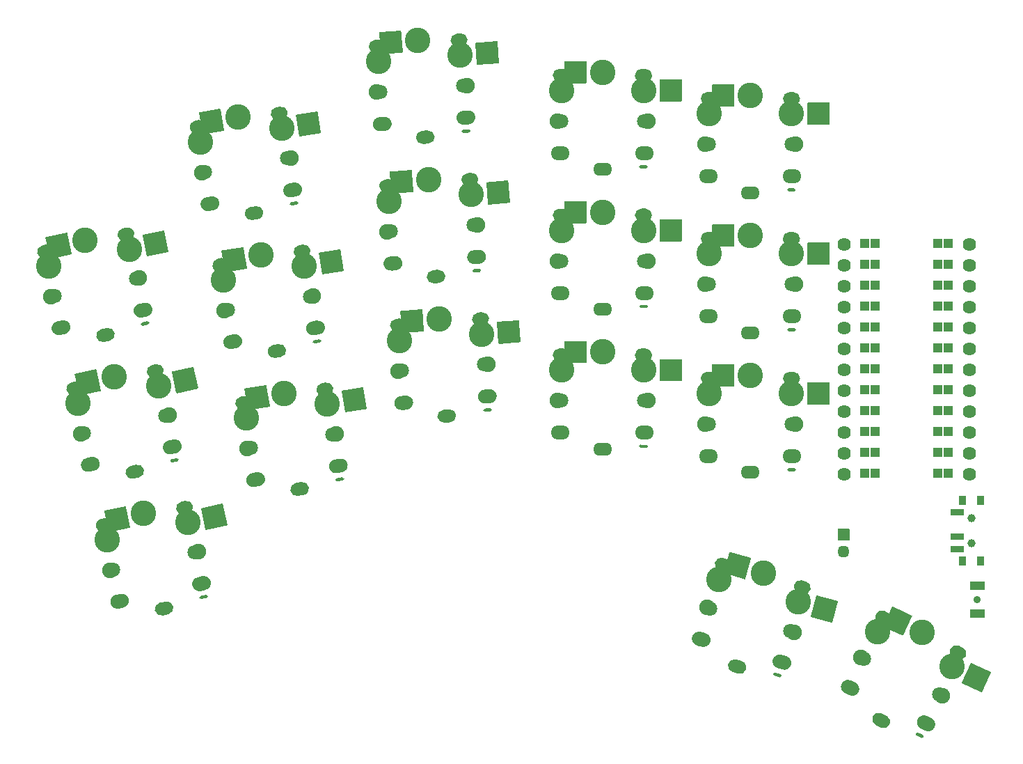
<source format=gbs>
G04 #@! TF.GenerationSoftware,KiCad,Pcbnew,5.1.10*
G04 #@! TF.CreationDate,2021-11-16T11:39:58-06:00*
G04 #@! TF.ProjectId,a_dux_dux,615f6475-785f-4647-9578-2e6b69636164,VERSION_HERE*
G04 #@! TF.SameCoordinates,Original*
G04 #@! TF.FileFunction,Soldermask,Bot*
G04 #@! TF.FilePolarity,Negative*
%FSLAX46Y46*%
G04 Gerber Fmt 4.6, Leading zero omitted, Abs format (unit mm)*
G04 Created by KiCad (PCBNEW 5.1.10) date 2021-11-16 11:39:58*
%MOMM*%
%LPD*%
G01*
G04 APERTURE LIST*
%ADD10C,3.100000*%
%ADD11C,1.800000*%
%ADD12C,1.900000*%
%ADD13O,2.300000X1.700000*%
%ADD14O,2.300000X1.600000*%
%ADD15C,0.900000*%
%ADD16C,1.000000*%
%ADD17O,1.450000X1.450000*%
%ADD18C,0.100000*%
%ADD19C,1.624000*%
G04 APERTURE END LIST*
G04 #@! TO.C,S4*
G36*
G01*
X199525845Y-109195220D02*
X199525845Y-109195220D01*
G75*
G02*
X199370146Y-109431351I-195915J-40216D01*
G01*
X198684444Y-109572105D01*
G75*
G02*
X198448313Y-109416406I-40216J195915D01*
G01*
X198448313Y-109416406D01*
G75*
G02*
X198604012Y-109180275I195915J40216D01*
G01*
X199289714Y-109039521D01*
G75*
G02*
X199525845Y-109195220I40216J-195915D01*
G01*
G37*
G36*
G01*
X199224774Y-101111947D02*
X198679766Y-98569711D01*
G75*
G02*
X198718174Y-98510341I48889J10481D01*
G01*
X201260410Y-97965333D01*
G75*
G02*
X201319780Y-98003741I10481J-48889D01*
G01*
X201864788Y-100545977D01*
G75*
G02*
X201826380Y-100605347I-48889J-10481D01*
G01*
X199284144Y-101150355D01*
G75*
G02*
X199224774Y-101111947I-10481J48889D01*
G01*
G37*
D10*
X191695515Y-99146555D03*
G36*
G01*
X187421327Y-101392399D02*
X186876319Y-98850163D01*
G75*
G02*
X186914727Y-98790793I48889J10481D01*
G01*
X189456963Y-98245785D01*
G75*
G02*
X189516333Y-98284193I10481J-48889D01*
G01*
X190061341Y-100826429D01*
G75*
G02*
X190022933Y-100885799I-48889J-10481D01*
G01*
X187480697Y-101430807D01*
G75*
G02*
X187421327Y-101392399I-10481J48889D01*
G01*
G37*
X197045592Y-100249585D03*
X187267760Y-102345770D03*
G36*
G01*
X199863438Y-107430447D02*
X199863438Y-107430447D01*
G75*
G02*
X199210498Y-108439739I-831116J-178176D01*
G01*
X198623828Y-108565511D01*
G75*
G02*
X197614536Y-107912571I-178176J831116D01*
G01*
X197614536Y-107912571D01*
G75*
G02*
X198267476Y-106903279I831116J178176D01*
G01*
X198854146Y-106777507D01*
G75*
G02*
X199863438Y-107430447I178176J-831116D01*
G01*
G37*
G36*
G01*
X187911035Y-100337474D02*
X187911035Y-100337474D01*
G75*
G02*
X187288237Y-101281996I-783660J-160862D01*
G01*
X186798449Y-101382534D01*
G75*
G02*
X185853927Y-100759736I-160862J783660D01*
G01*
X185853927Y-100759736D01*
G75*
G02*
X186476725Y-99815214I783660J160862D01*
G01*
X186966513Y-99714676D01*
G75*
G02*
X187911035Y-100337474I160862J-783660D01*
G01*
G37*
D11*
X187967641Y-105992071D03*
X197901919Y-103862347D03*
G36*
G01*
X193047079Y-110937191D02*
X193047079Y-110937191D01*
G75*
G02*
X193661611Y-109987269I782227J167695D01*
G01*
X194346059Y-109840537D01*
G75*
G02*
X195295981Y-110455069I167695J-782227D01*
G01*
X195295981Y-110455069D01*
G75*
G02*
X194681449Y-111404991I-782227J-167695D01*
G01*
X193997001Y-111551723D01*
G75*
G02*
X193047079Y-110937191I-167695J782227D01*
G01*
G37*
D12*
X198312588Y-103774307D03*
X187556972Y-106080111D03*
G36*
G01*
X187641147Y-110050680D02*
X187641147Y-110050680D01*
G75*
G02*
X188294087Y-109041388I831116J178176D01*
G01*
X188880757Y-108915616D01*
G75*
G02*
X189890049Y-109568556I178176J-831116D01*
G01*
X189890049Y-109568556D01*
G75*
G02*
X189237109Y-110577848I-831116J-178176D01*
G01*
X188650439Y-110703620D01*
G75*
G02*
X187641147Y-110050680I-178176J831116D01*
G01*
G37*
G36*
G01*
X195635601Y-98681470D02*
X195635601Y-98681470D01*
G75*
G02*
X196241819Y-97726222I780733J174515D01*
G01*
X196729777Y-97617150D01*
G75*
G02*
X197685025Y-98223368I174515J-780733D01*
G01*
X197685025Y-98223368D01*
G75*
G02*
X197078807Y-99178616I-780733J-174515D01*
G01*
X196590849Y-99287688D01*
G75*
G02*
X195635601Y-98681470I-174515J780733D01*
G01*
G37*
G04 #@! TD*
G04 #@! TO.C,S16*
G36*
G01*
X236333213Y-86204924D02*
X236333213Y-86204924D01*
G75*
G02*
X236147279Y-86418064I-199537J-13603D01*
G01*
X235448901Y-86465674D01*
G75*
G02*
X235235761Y-86279740I-13603J199537D01*
G01*
X235235761Y-86279740D01*
G75*
G02*
X235421695Y-86066600I199537J13603D01*
G01*
X236120073Y-86018990D01*
G75*
G02*
X236333213Y-86204924I13603J-199537D01*
G01*
G37*
G36*
G01*
X237117903Y-78154195D02*
X236918434Y-75561858D01*
G75*
G02*
X236964451Y-75508169I49853J3836D01*
G01*
X239556788Y-75308700D01*
G75*
G02*
X239610477Y-75354717I3836J-49853D01*
G01*
X239809946Y-77947054D01*
G75*
G02*
X239763929Y-78000743I-49853J-3836D01*
G01*
X237171592Y-78200212D01*
G75*
G02*
X237117903Y-78154195I-3836J49853D01*
G01*
G37*
D10*
X229919870Y-75197708D03*
G36*
G01*
X225383309Y-76850620D02*
X225183840Y-74258283D01*
G75*
G02*
X225229857Y-74204594I49853J3836D01*
G01*
X227822194Y-74005125D01*
G75*
G02*
X227875883Y-74051142I3836J-49853D01*
G01*
X228075352Y-76643479D01*
G75*
G02*
X228029335Y-76697168I-49853J-3836D01*
G01*
X225436998Y-76896637D01*
G75*
G02*
X225383309Y-76850620I-3836J49853D01*
G01*
G37*
X235073916Y-77007629D03*
X225103388Y-77774819D03*
G36*
G01*
X236904217Y-84501296D02*
X236904217Y-84501296D01*
G75*
G02*
X236121933Y-85414002I-847495J-65211D01*
G01*
X235523701Y-85460034D01*
G75*
G02*
X234610995Y-84677750I-65211J847495D01*
G01*
X234610995Y-84677750D01*
G75*
G02*
X235393279Y-83765044I847495J65211D01*
G01*
X235991511Y-83719012D01*
G75*
G02*
X236904217Y-84501296I65211J-847495D01*
G01*
G37*
G36*
G01*
X226009947Y-75870820D02*
X226009947Y-75870820D01*
G75*
G02*
X225266212Y-76723379I-798147J-54412D01*
G01*
X224767370Y-76757387D01*
G75*
G02*
X223914811Y-76013652I-54412J798147D01*
G01*
X223914811Y-76013652D01*
G75*
G02*
X224658546Y-75161093I798147J54412D01*
G01*
X225157388Y-75127085D01*
G75*
G02*
X226009947Y-75870820I54412J-798147D01*
G01*
G37*
D11*
X225308405Y-81482017D03*
X235438461Y-80702551D03*
G36*
G01*
X229679465Y-87063122D02*
X229679465Y-87063122D01*
G75*
G02*
X230415732Y-86204105I797642J61375D01*
G01*
X231113668Y-86150401D01*
G75*
G02*
X231972685Y-86886668I61375J-797642D01*
G01*
X231972685Y-86886668D01*
G75*
G02*
X231236418Y-87745685I-797642J-61375D01*
G01*
X230538482Y-87799389D01*
G75*
G02*
X229679465Y-87063122I-61375J797642D01*
G01*
G37*
D12*
X235857223Y-80670329D03*
X224889643Y-81514239D03*
G36*
G01*
X224441057Y-85460284D02*
X224441057Y-85460284D01*
G75*
G02*
X225223341Y-84547578I847495J65211D01*
G01*
X225821573Y-84501546D01*
G75*
G02*
X226734279Y-85283830I65211J-847495D01*
G01*
X226734279Y-85283830D01*
G75*
G02*
X225951995Y-86196536I-847495J-65211D01*
G01*
X225353763Y-86242568D01*
G75*
G02*
X224441057Y-85460284I-65211J847495D01*
G01*
G37*
G36*
G01*
X233886744Y-75264734D02*
X233886744Y-75264734D01*
G75*
G02*
X234615486Y-74399324I797076J68334D01*
G01*
X235113658Y-74356616D01*
G75*
G02*
X235979068Y-75085358I68334J-797076D01*
G01*
X235979068Y-75085358D01*
G75*
G02*
X235250326Y-75950768I-797076J-68334D01*
G01*
X234752154Y-75993476D01*
G75*
G02*
X233886744Y-75264734I-68334J797076D01*
G01*
G37*
G04 #@! TD*
G04 #@! TO.C,S34*
G36*
G01*
X290151358Y-142969165D02*
X290151358Y-142969165D01*
G75*
G02*
X289884739Y-143063580I-180517J86102D01*
G01*
X289252929Y-142762222D01*
G75*
G02*
X289158514Y-142495603I86102J180517D01*
G01*
X289158514Y-142495603D01*
G75*
G02*
X289425133Y-142401188I180517J-86102D01*
G01*
X290056943Y-142702546D01*
G75*
G02*
X290151358Y-142969165I-86102J-180517D01*
G01*
G37*
G36*
G01*
X294787123Y-136340466D02*
X295885931Y-133984066D01*
G75*
G02*
X295952377Y-133959882I45315J-21131D01*
G01*
X298308777Y-135058690D01*
G75*
G02*
X298332961Y-135125136I-21131J-45315D01*
G01*
X297234153Y-137481536D01*
G75*
G02*
X297167707Y-137505720I-45315J21131D01*
G01*
X294811307Y-136406912D01*
G75*
G02*
X294787123Y-136340466I21131J45315D01*
G01*
G37*
D10*
X289967447Y-130231192D03*
G36*
G01*
X285203712Y-129444217D02*
X286302520Y-127087817D01*
G75*
G02*
X286368966Y-127063633I45315J-21131D01*
G01*
X288725366Y-128162441D01*
G75*
G02*
X288749550Y-128228887I-21131J-45315D01*
G01*
X287650742Y-130585287D01*
G75*
G02*
X287584296Y-130609471I-45315J21131D01*
G01*
X285227896Y-129510663D01*
G75*
G02*
X285203712Y-129444217I21131J45315D01*
G01*
G37*
X293569226Y-134338161D03*
X284506148Y-130111978D03*
G36*
G01*
X291485140Y-141765249D02*
X291485140Y-141765249D01*
G75*
G02*
X290355552Y-142176385I-770362J359226D01*
G01*
X289811768Y-141922815D01*
G75*
G02*
X289400632Y-140793227I359226J770362D01*
G01*
X289400632Y-140793227D01*
G75*
G02*
X290530220Y-140382091I770362J-359226D01*
G01*
X291074004Y-140635661D01*
G75*
G02*
X291485140Y-141765249I-359226J-770362D01*
G01*
G37*
G36*
G01*
X286230634Y-128898221D02*
X286230634Y-128898221D01*
G75*
G02*
X285164157Y-129275880I-722068J344409D01*
G01*
X284712865Y-129060624D01*
G75*
G02*
X284335206Y-127994147I344409J722068D01*
G01*
X284335206Y-127994147D01*
G75*
G02*
X285401683Y-127616488I722068J-344409D01*
G01*
X285852975Y-127831744D01*
G75*
G02*
X286230634Y-128898221I-344409J-722068D01*
G01*
G37*
D11*
X282864884Y-133442383D03*
X292072972Y-137736185D03*
G36*
G01*
X283933226Y-140450489D02*
X283933226Y-140450489D01*
G75*
G02*
X284996367Y-140063538I725046J-338095D01*
G01*
X285630783Y-140359370D01*
G75*
G02*
X286017734Y-141422511I-338095J-725046D01*
G01*
X286017734Y-141422511D01*
G75*
G02*
X284954593Y-141809462I-725046J338095D01*
G01*
X284320177Y-141513630D01*
G75*
G02*
X283933226Y-140450489I338095J725046D01*
G01*
G37*
D12*
X292453621Y-137913684D03*
X282484235Y-133264884D03*
G36*
G01*
X280156293Y-136482520D02*
X280156293Y-136482520D01*
G75*
G02*
X281285881Y-136071384I770362J-359226D01*
G01*
X281829665Y-136324954D01*
G75*
G02*
X282240801Y-137454542I-359226J-770362D01*
G01*
X282240801Y-137454542D01*
G75*
G02*
X281111213Y-137865678I-770362J359226D01*
G01*
X280567429Y-137612108D01*
G75*
G02*
X280156293Y-136482520I359226J770362D01*
G01*
G37*
G36*
G01*
X293390539Y-132236939D02*
X293390539Y-132236939D01*
G75*
G02*
X294450263Y-131840725I727969J-331755D01*
G01*
X294905243Y-132048071D01*
G75*
G02*
X295301457Y-133107795I-331755J-727969D01*
G01*
X295301457Y-133107795D01*
G75*
G02*
X294241733Y-133504009I-727969J331755D01*
G01*
X293786753Y-133296663D01*
G75*
G02*
X293390539Y-132236939I331755J727969D01*
G01*
G37*
G04 #@! TD*
G04 #@! TO.C,S28*
G36*
G01*
X274612797Y-93444771D02*
X274612797Y-93444771D01*
G75*
G02*
X274411060Y-93643018I-199992J1745D01*
G01*
X273711086Y-93636910D01*
G75*
G02*
X273512839Y-93435173I1745J199992D01*
G01*
X273512839Y-93435173D01*
G75*
G02*
X273714576Y-93236926I199992J-1745D01*
G01*
X274414550Y-93243034D01*
G75*
G02*
X274612797Y-93444771I-1745J-199992D01*
G01*
G37*
G36*
G01*
X276012818Y-85477972D02*
X276012818Y-82877972D01*
G75*
G02*
X276062818Y-82827972I50000J0D01*
G01*
X278662818Y-82827972D01*
G75*
G02*
X278712818Y-82877972I0J-50000D01*
G01*
X278712818Y-85477972D01*
G75*
G02*
X278662818Y-85527972I-50000J0D01*
G01*
X276062818Y-85527972D01*
G75*
G02*
X276012818Y-85477972I0J50000D01*
G01*
G37*
D10*
X269062818Y-81977972D03*
G36*
G01*
X264412818Y-83277972D02*
X264412818Y-80677972D01*
G75*
G02*
X264462818Y-80627972I50000J0D01*
G01*
X267062818Y-80627972D01*
G75*
G02*
X267112818Y-80677972I0J-50000D01*
G01*
X267112818Y-83277972D01*
G75*
G02*
X267062818Y-83327972I-50000J0D01*
G01*
X264462818Y-83327972D01*
G75*
G02*
X264412818Y-83277972I0J50000D01*
G01*
G37*
X274062818Y-84177972D03*
X264062818Y-84177972D03*
D13*
X274162818Y-91789972D03*
G36*
G01*
X265112778Y-82349135D02*
X265112778Y-82349135D01*
G75*
G02*
X264305827Y-83142124I-799970J6981D01*
G01*
X263805847Y-83137760D01*
G75*
G02*
X263012858Y-82330809I6981J799970D01*
G01*
X263012858Y-82330809D01*
G75*
G02*
X263819809Y-81537820I799970J-6981D01*
G01*
X264319789Y-81542184D01*
G75*
G02*
X265112778Y-82349135I-6981J-799970D01*
G01*
G37*
D11*
X263982818Y-87889972D03*
X274142818Y-87889972D03*
D14*
X269062818Y-93789972D03*
D12*
X274562818Y-87889972D03*
X263562818Y-87889972D03*
D13*
X263962818Y-91789972D03*
G36*
G01*
X273012858Y-82349135D02*
X273012858Y-82349135D01*
G75*
G02*
X273805847Y-81542184I799970J6981D01*
G01*
X274305827Y-81537820D01*
G75*
G02*
X275112778Y-82330809I6981J-799970D01*
G01*
X275112778Y-82330809D01*
G75*
G02*
X274319789Y-83137760I-799970J-6981D01*
G01*
X273819809Y-83142124D01*
G75*
G02*
X273012858Y-82349135I-6981J799970D01*
G01*
G37*
G04 #@! TD*
G04 #@! TO.C,S32*
G36*
G01*
X272886382Y-135561139D02*
X272886382Y-135561139D01*
G75*
G02*
X272638288Y-135696967I-191961J56133D01*
G01*
X271966424Y-135500501D01*
G75*
G02*
X271830596Y-135252407I56133J191961D01*
G01*
X271830596Y-135252407D01*
G75*
G02*
X272078690Y-135116579I191961J-56133D01*
G01*
X272750554Y-135313045D01*
G75*
G02*
X272886382Y-135561139I-56133J-191961D01*
G01*
G37*
G36*
G01*
X276402709Y-128276540D02*
X277110638Y-125774773D01*
G75*
G02*
X277172363Y-125740276I48111J-13614D01*
G01*
X279674130Y-126448205D01*
G75*
G02*
X279708627Y-126509930I-13614J-48111D01*
G01*
X279000698Y-129011697D01*
G75*
G02*
X278938973Y-129046194I-48111J13614D01*
G01*
X276437206Y-128338265D01*
G75*
G02*
X276402709Y-128276540I13614J48111D01*
G01*
G37*
D10*
X270668275Y-123016429D03*
G36*
G01*
X265839996Y-123001209D02*
X266547925Y-120499442D01*
G75*
G02*
X266609650Y-120464945I48111J-13614D01*
G01*
X269111417Y-121172874D01*
G75*
G02*
X269145914Y-121234599I-13614J-48111D01*
G01*
X268437985Y-123736366D01*
G75*
G02*
X268376260Y-123770863I-48111J13614D01*
G01*
X265874493Y-123062934D01*
G75*
G02*
X265839996Y-123001209I13614J48111D01*
G01*
G37*
X274880348Y-126494710D03*
X265258168Y-123771908D03*
G36*
G01*
X274010523Y-134159463D02*
X274010523Y-134159463D01*
G75*
G02*
X272961200Y-134745910I-817885J231438D01*
G01*
X272383870Y-134582542D01*
G75*
G02*
X271797423Y-133533219I231438J817885D01*
G01*
X271797423Y-133533219D01*
G75*
G02*
X272846746Y-132946772I817885J-231438D01*
G01*
X273424076Y-133110140D01*
G75*
G02*
X274010523Y-134159463I-231438J-817885D01*
G01*
G37*
G36*
G01*
X266766414Y-122298051D02*
X266766414Y-122298051D01*
G75*
G02*
X265774037Y-122841362I-767844J224533D01*
G01*
X265294135Y-122701028D01*
G75*
G02*
X264750824Y-121708651I224533J767844D01*
G01*
X264750824Y-121708651D01*
G75*
G02*
X265743201Y-121165340I767844J-224533D01*
G01*
X266223103Y-121305674D01*
G75*
G02*
X266766414Y-122298051I-224533J-767844D01*
G01*
G37*
D11*
X264170487Y-127321878D03*
X273946621Y-130088246D03*
G36*
G01*
X266345551Y-134069026D02*
X266345551Y-134069026D01*
G75*
G02*
X267333149Y-133517076I769774J-217824D01*
G01*
X268006701Y-133707672D01*
G75*
G02*
X268558651Y-134695270I-217824J-769774D01*
G01*
X268558651Y-134695270D01*
G75*
G02*
X267571053Y-135247220I-769774J217824D01*
G01*
X266897501Y-135056624D01*
G75*
G02*
X266345551Y-134069026I217824J769774D01*
G01*
G37*
D12*
X274350753Y-130202603D03*
X263766355Y-127207521D03*
G36*
G01*
X261982799Y-130755961D02*
X261982799Y-130755961D01*
G75*
G02*
X263032122Y-130169514I817885J-231438D01*
G01*
X263609452Y-130332882D01*
G75*
G02*
X264195899Y-131382205I-231438J-817885D01*
G01*
X264195899Y-131382205D01*
G75*
G02*
X263146576Y-131968652I-817885J231438D01*
G01*
X262569246Y-131805284D01*
G75*
G02*
X261982799Y-130755961I231438J817885D01*
G01*
G37*
G36*
G01*
X274368014Y-124449087D02*
X274368014Y-124449087D01*
G75*
G02*
X275350758Y-123888539I771646J-211098D01*
G01*
X275833036Y-124020475D01*
G75*
G02*
X276393584Y-125003219I-211098J-771646D01*
G01*
X276393584Y-125003219D01*
G75*
G02*
X275410840Y-125563767I-771646J211098D01*
G01*
X274928562Y-125431831D01*
G75*
G02*
X274368014Y-124449087I211098J771646D01*
G01*
G37*
G04 #@! TD*
G04 #@! TO.C,S24*
G36*
G01*
X256612810Y-73611402D02*
X256612810Y-73611402D01*
G75*
G02*
X256411073Y-73809649I-199992J1745D01*
G01*
X255711099Y-73803541D01*
G75*
G02*
X255512852Y-73601804I1745J199992D01*
G01*
X255512852Y-73601804D01*
G75*
G02*
X255714589Y-73403557I199992J-1745D01*
G01*
X256414563Y-73409665D01*
G75*
G02*
X256612810Y-73611402I-1745J-199992D01*
G01*
G37*
G36*
G01*
X258012831Y-65644603D02*
X258012831Y-63044603D01*
G75*
G02*
X258062831Y-62994603I50000J0D01*
G01*
X260662831Y-62994603D01*
G75*
G02*
X260712831Y-63044603I0J-50000D01*
G01*
X260712831Y-65644603D01*
G75*
G02*
X260662831Y-65694603I-50000J0D01*
G01*
X258062831Y-65694603D01*
G75*
G02*
X258012831Y-65644603I0J50000D01*
G01*
G37*
D10*
X251062831Y-62144603D03*
G36*
G01*
X246412831Y-63444603D02*
X246412831Y-60844603D01*
G75*
G02*
X246462831Y-60794603I50000J0D01*
G01*
X249062831Y-60794603D01*
G75*
G02*
X249112831Y-60844603I0J-50000D01*
G01*
X249112831Y-63444603D01*
G75*
G02*
X249062831Y-63494603I-50000J0D01*
G01*
X246462831Y-63494603D01*
G75*
G02*
X246412831Y-63444603I0J50000D01*
G01*
G37*
X256062831Y-64344603D03*
X246062831Y-64344603D03*
D13*
X256162831Y-71956603D03*
G36*
G01*
X247112791Y-62515766D02*
X247112791Y-62515766D01*
G75*
G02*
X246305840Y-63308755I-799970J6981D01*
G01*
X245805860Y-63304391D01*
G75*
G02*
X245012871Y-62497440I6981J799970D01*
G01*
X245012871Y-62497440D01*
G75*
G02*
X245819822Y-61704451I799970J-6981D01*
G01*
X246319802Y-61708815D01*
G75*
G02*
X247112791Y-62515766I-6981J-799970D01*
G01*
G37*
D11*
X245982831Y-68056603D03*
X256142831Y-68056603D03*
D14*
X251062831Y-73956603D03*
D12*
X256562831Y-68056603D03*
X245562831Y-68056603D03*
D13*
X245962831Y-71956603D03*
G36*
G01*
X255012871Y-62515766D02*
X255012871Y-62515766D01*
G75*
G02*
X255805860Y-61708815I799970J6981D01*
G01*
X256305840Y-61704451D01*
G75*
G02*
X257112791Y-62497440I6981J-799970D01*
G01*
X257112791Y-62497440D01*
G75*
G02*
X256319802Y-63304391I-799970J-6981D01*
G01*
X255819822Y-63308755D01*
G75*
G02*
X255012871Y-62515766I-6981J799970D01*
G01*
G37*
G04 #@! TD*
G04 #@! TO.C,S18*
G36*
G01*
X235028991Y-69255029D02*
X235028991Y-69255029D01*
G75*
G02*
X234843057Y-69468169I-199537J-13603D01*
G01*
X234144679Y-69515779D01*
G75*
G02*
X233931539Y-69329845I-13603J199537D01*
G01*
X233931539Y-69329845D01*
G75*
G02*
X234117473Y-69116705I199537J13603D01*
G01*
X234815851Y-69069095D01*
G75*
G02*
X235028991Y-69255029I13603J-199537D01*
G01*
G37*
G36*
G01*
X235813681Y-61204300D02*
X235614212Y-58611963D01*
G75*
G02*
X235660229Y-58558274I49853J3836D01*
G01*
X238252566Y-58358805D01*
G75*
G02*
X238306255Y-58404822I3836J-49853D01*
G01*
X238505724Y-60997159D01*
G75*
G02*
X238459707Y-61050848I-49853J-3836D01*
G01*
X235867370Y-61250317D01*
G75*
G02*
X235813681Y-61204300I-3836J49853D01*
G01*
G37*
D10*
X228615648Y-58247813D03*
G36*
G01*
X224079087Y-59900725D02*
X223879618Y-57308388D01*
G75*
G02*
X223925635Y-57254699I49853J3836D01*
G01*
X226517972Y-57055230D01*
G75*
G02*
X226571661Y-57101247I3836J-49853D01*
G01*
X226771130Y-59693584D01*
G75*
G02*
X226725113Y-59747273I-49853J-3836D01*
G01*
X224132776Y-59946742D01*
G75*
G02*
X224079087Y-59900725I-3836J49853D01*
G01*
G37*
X233769694Y-60057734D03*
X223799166Y-60824924D03*
G36*
G01*
X235599995Y-67551401D02*
X235599995Y-67551401D01*
G75*
G02*
X234817711Y-68464107I-847495J-65211D01*
G01*
X234219479Y-68510139D01*
G75*
G02*
X233306773Y-67727855I-65211J847495D01*
G01*
X233306773Y-67727855D01*
G75*
G02*
X234089057Y-66815149I847495J65211D01*
G01*
X234687289Y-66769117D01*
G75*
G02*
X235599995Y-67551401I65211J-847495D01*
G01*
G37*
G36*
G01*
X224705725Y-58920925D02*
X224705725Y-58920925D01*
G75*
G02*
X223961990Y-59773484I-798147J-54412D01*
G01*
X223463148Y-59807492D01*
G75*
G02*
X222610589Y-59063757I-54412J798147D01*
G01*
X222610589Y-59063757D01*
G75*
G02*
X223354324Y-58211198I798147J54412D01*
G01*
X223853166Y-58177190D01*
G75*
G02*
X224705725Y-58920925I54412J-798147D01*
G01*
G37*
D11*
X224004183Y-64532122D03*
X234134239Y-63752656D03*
G36*
G01*
X228375243Y-70113227D02*
X228375243Y-70113227D01*
G75*
G02*
X229111510Y-69254210I797642J61375D01*
G01*
X229809446Y-69200506D01*
G75*
G02*
X230668463Y-69936773I61375J-797642D01*
G01*
X230668463Y-69936773D01*
G75*
G02*
X229932196Y-70795790I-797642J-61375D01*
G01*
X229234260Y-70849494D01*
G75*
G02*
X228375243Y-70113227I-61375J797642D01*
G01*
G37*
D12*
X234553001Y-63720434D03*
X223585421Y-64564344D03*
G36*
G01*
X223136835Y-68510389D02*
X223136835Y-68510389D01*
G75*
G02*
X223919119Y-67597683I847495J65211D01*
G01*
X224517351Y-67551651D01*
G75*
G02*
X225430057Y-68333935I65211J-847495D01*
G01*
X225430057Y-68333935D01*
G75*
G02*
X224647773Y-69246641I-847495J-65211D01*
G01*
X224049541Y-69292673D01*
G75*
G02*
X223136835Y-68510389I-65211J847495D01*
G01*
G37*
G36*
G01*
X232582522Y-58314839D02*
X232582522Y-58314839D01*
G75*
G02*
X233311264Y-57449429I797076J68334D01*
G01*
X233809436Y-57406721D01*
G75*
G02*
X234674846Y-58135463I68334J-797076D01*
G01*
X234674846Y-58135463D01*
G75*
G02*
X233946104Y-59000873I-797076J-68334D01*
G01*
X233447932Y-59043581D01*
G75*
G02*
X232582522Y-58314839I-68334J797076D01*
G01*
G37*
G04 #@! TD*
G04 #@! TO.C,S26*
G36*
G01*
X274612843Y-110444758D02*
X274612843Y-110444758D01*
G75*
G02*
X274411106Y-110643005I-199992J1745D01*
G01*
X273711132Y-110636897D01*
G75*
G02*
X273512885Y-110435160I1745J199992D01*
G01*
X273512885Y-110435160D01*
G75*
G02*
X273714622Y-110236913I199992J-1745D01*
G01*
X274414596Y-110243021D01*
G75*
G02*
X274612843Y-110444758I-1745J-199992D01*
G01*
G37*
G36*
G01*
X276012864Y-102477959D02*
X276012864Y-99877959D01*
G75*
G02*
X276062864Y-99827959I50000J0D01*
G01*
X278662864Y-99827959D01*
G75*
G02*
X278712864Y-99877959I0J-50000D01*
G01*
X278712864Y-102477959D01*
G75*
G02*
X278662864Y-102527959I-50000J0D01*
G01*
X276062864Y-102527959D01*
G75*
G02*
X276012864Y-102477959I0J50000D01*
G01*
G37*
D10*
X269062864Y-98977959D03*
G36*
G01*
X264412864Y-100277959D02*
X264412864Y-97677959D01*
G75*
G02*
X264462864Y-97627959I50000J0D01*
G01*
X267062864Y-97627959D01*
G75*
G02*
X267112864Y-97677959I0J-50000D01*
G01*
X267112864Y-100277959D01*
G75*
G02*
X267062864Y-100327959I-50000J0D01*
G01*
X264462864Y-100327959D01*
G75*
G02*
X264412864Y-100277959I0J50000D01*
G01*
G37*
X274062864Y-101177959D03*
X264062864Y-101177959D03*
D13*
X274162864Y-108789959D03*
G36*
G01*
X265112824Y-99349122D02*
X265112824Y-99349122D01*
G75*
G02*
X264305873Y-100142111I-799970J6981D01*
G01*
X263805893Y-100137747D01*
G75*
G02*
X263012904Y-99330796I6981J799970D01*
G01*
X263012904Y-99330796D01*
G75*
G02*
X263819855Y-98537807I799970J-6981D01*
G01*
X264319835Y-98542171D01*
G75*
G02*
X265112824Y-99349122I-6981J-799970D01*
G01*
G37*
D11*
X263982864Y-104889959D03*
X274142864Y-104889959D03*
D14*
X269062864Y-110789959D03*
D12*
X274562864Y-104889959D03*
X263562864Y-104889959D03*
D13*
X263962864Y-108789959D03*
G36*
G01*
X273012904Y-99349122D02*
X273012904Y-99349122D01*
G75*
G02*
X273805893Y-98542171I799970J6981D01*
G01*
X274305873Y-98537807D01*
G75*
G02*
X275112824Y-99330796I6981J-799970D01*
G01*
X275112824Y-99330796D01*
G75*
G02*
X274319835Y-100137747I-799970J-6981D01*
G01*
X273819855Y-100142111D01*
G75*
G02*
X273012904Y-99349122I-6981J799970D01*
G01*
G37*
G04 #@! TD*
G04 #@! TO.C,S20*
G36*
G01*
X256612811Y-107611483D02*
X256612811Y-107611483D01*
G75*
G02*
X256411074Y-107809730I-199992J1745D01*
G01*
X255711100Y-107803622D01*
G75*
G02*
X255512853Y-107601885I1745J199992D01*
G01*
X255512853Y-107601885D01*
G75*
G02*
X255714590Y-107403638I199992J-1745D01*
G01*
X256414564Y-107409746D01*
G75*
G02*
X256612811Y-107611483I-1745J-199992D01*
G01*
G37*
G36*
G01*
X258012832Y-99644684D02*
X258012832Y-97044684D01*
G75*
G02*
X258062832Y-96994684I50000J0D01*
G01*
X260662832Y-96994684D01*
G75*
G02*
X260712832Y-97044684I0J-50000D01*
G01*
X260712832Y-99644684D01*
G75*
G02*
X260662832Y-99694684I-50000J0D01*
G01*
X258062832Y-99694684D01*
G75*
G02*
X258012832Y-99644684I0J50000D01*
G01*
G37*
D10*
X251062832Y-96144684D03*
G36*
G01*
X246412832Y-97444684D02*
X246412832Y-94844684D01*
G75*
G02*
X246462832Y-94794684I50000J0D01*
G01*
X249062832Y-94794684D01*
G75*
G02*
X249112832Y-94844684I0J-50000D01*
G01*
X249112832Y-97444684D01*
G75*
G02*
X249062832Y-97494684I-50000J0D01*
G01*
X246462832Y-97494684D01*
G75*
G02*
X246412832Y-97444684I0J50000D01*
G01*
G37*
X256062832Y-98344684D03*
X246062832Y-98344684D03*
D13*
X256162832Y-105956684D03*
G36*
G01*
X247112792Y-96515847D02*
X247112792Y-96515847D01*
G75*
G02*
X246305841Y-97308836I-799970J6981D01*
G01*
X245805861Y-97304472D01*
G75*
G02*
X245012872Y-96497521I6981J799970D01*
G01*
X245012872Y-96497521D01*
G75*
G02*
X245819823Y-95704532I799970J-6981D01*
G01*
X246319803Y-95708896D01*
G75*
G02*
X247112792Y-96515847I-6981J-799970D01*
G01*
G37*
D11*
X245982832Y-102056684D03*
X256142832Y-102056684D03*
D14*
X251062832Y-107956684D03*
D12*
X256562832Y-102056684D03*
X245562832Y-102056684D03*
D13*
X245962832Y-105956684D03*
G36*
G01*
X255012872Y-96515847D02*
X255012872Y-96515847D01*
G75*
G02*
X255805861Y-95708896I799970J6981D01*
G01*
X256305841Y-95704532D01*
G75*
G02*
X257112792Y-96497521I6981J-799970D01*
G01*
X257112792Y-96497521D01*
G75*
G02*
X256319803Y-97304472I-799970J-6981D01*
G01*
X255819823Y-97308836D01*
G75*
G02*
X255012872Y-96515847I-6981J799970D01*
G01*
G37*
G04 #@! TD*
G04 #@! TO.C,S22*
G36*
G01*
X256612864Y-90611487D02*
X256612864Y-90611487D01*
G75*
G02*
X256411127Y-90809734I-199992J1745D01*
G01*
X255711153Y-90803626D01*
G75*
G02*
X255512906Y-90601889I1745J199992D01*
G01*
X255512906Y-90601889D01*
G75*
G02*
X255714643Y-90403642I199992J-1745D01*
G01*
X256414617Y-90409750D01*
G75*
G02*
X256612864Y-90611487I-1745J-199992D01*
G01*
G37*
G36*
G01*
X258012885Y-82644688D02*
X258012885Y-80044688D01*
G75*
G02*
X258062885Y-79994688I50000J0D01*
G01*
X260662885Y-79994688D01*
G75*
G02*
X260712885Y-80044688I0J-50000D01*
G01*
X260712885Y-82644688D01*
G75*
G02*
X260662885Y-82694688I-50000J0D01*
G01*
X258062885Y-82694688D01*
G75*
G02*
X258012885Y-82644688I0J50000D01*
G01*
G37*
D10*
X251062885Y-79144688D03*
G36*
G01*
X246412885Y-80444688D02*
X246412885Y-77844688D01*
G75*
G02*
X246462885Y-77794688I50000J0D01*
G01*
X249062885Y-77794688D01*
G75*
G02*
X249112885Y-77844688I0J-50000D01*
G01*
X249112885Y-80444688D01*
G75*
G02*
X249062885Y-80494688I-50000J0D01*
G01*
X246462885Y-80494688D01*
G75*
G02*
X246412885Y-80444688I0J50000D01*
G01*
G37*
X256062885Y-81344688D03*
X246062885Y-81344688D03*
D13*
X256162885Y-88956688D03*
G36*
G01*
X247112845Y-79515851D02*
X247112845Y-79515851D01*
G75*
G02*
X246305894Y-80308840I-799970J6981D01*
G01*
X245805914Y-80304476D01*
G75*
G02*
X245012925Y-79497525I6981J799970D01*
G01*
X245012925Y-79497525D01*
G75*
G02*
X245819876Y-78704536I799970J-6981D01*
G01*
X246319856Y-78708900D01*
G75*
G02*
X247112845Y-79515851I-6981J-799970D01*
G01*
G37*
D11*
X245982885Y-85056688D03*
X256142885Y-85056688D03*
D14*
X251062885Y-90956688D03*
D12*
X256562885Y-85056688D03*
X245562885Y-85056688D03*
D13*
X245962885Y-88956688D03*
G36*
G01*
X255012925Y-79515851D02*
X255012925Y-79515851D01*
G75*
G02*
X255805914Y-78708900I799970J6981D01*
G01*
X256305894Y-78704536D01*
G75*
G02*
X257112845Y-79497525I6981J-799970D01*
G01*
X257112845Y-79497525D01*
G75*
G02*
X256319856Y-80304476I-799970J-6981D01*
G01*
X255819876Y-80308840D01*
G75*
G02*
X255012925Y-79515851I-6981J799970D01*
G01*
G37*
G04 #@! TD*
G04 #@! TO.C,S6*
G36*
G01*
X195962251Y-92572940D02*
X195962251Y-92572940D01*
G75*
G02*
X195806552Y-92809071I-195915J-40216D01*
G01*
X195120850Y-92949825D01*
G75*
G02*
X194884719Y-92794126I-40216J195915D01*
G01*
X194884719Y-92794126D01*
G75*
G02*
X195040418Y-92557995I195915J40216D01*
G01*
X195726120Y-92417241D01*
G75*
G02*
X195962251Y-92572940I40216J-195915D01*
G01*
G37*
G36*
G01*
X195661180Y-84489667D02*
X195116172Y-81947431D01*
G75*
G02*
X195154580Y-81888061I48889J10481D01*
G01*
X197696816Y-81343053D01*
G75*
G02*
X197756186Y-81381461I10481J-48889D01*
G01*
X198301194Y-83923697D01*
G75*
G02*
X198262786Y-83983067I-48889J-10481D01*
G01*
X195720550Y-84528075D01*
G75*
G02*
X195661180Y-84489667I-10481J48889D01*
G01*
G37*
D10*
X188131921Y-82524275D03*
G36*
G01*
X183857733Y-84770119D02*
X183312725Y-82227883D01*
G75*
G02*
X183351133Y-82168513I48889J10481D01*
G01*
X185893369Y-81623505D01*
G75*
G02*
X185952739Y-81661913I10481J-48889D01*
G01*
X186497747Y-84204149D01*
G75*
G02*
X186459339Y-84263519I-48889J-10481D01*
G01*
X183917103Y-84808527D01*
G75*
G02*
X183857733Y-84770119I-10481J48889D01*
G01*
G37*
X193481998Y-83627305D03*
X183704166Y-85723490D03*
G36*
G01*
X196299844Y-90808167D02*
X196299844Y-90808167D01*
G75*
G02*
X195646904Y-91817459I-831116J-178176D01*
G01*
X195060234Y-91943231D01*
G75*
G02*
X194050942Y-91290291I-178176J831116D01*
G01*
X194050942Y-91290291D01*
G75*
G02*
X194703882Y-90280999I831116J178176D01*
G01*
X195290552Y-90155227D01*
G75*
G02*
X196299844Y-90808167I178176J-831116D01*
G01*
G37*
G36*
G01*
X184347441Y-83715194D02*
X184347441Y-83715194D01*
G75*
G02*
X183724643Y-84659716I-783660J-160862D01*
G01*
X183234855Y-84760254D01*
G75*
G02*
X182290333Y-84137456I-160862J783660D01*
G01*
X182290333Y-84137456D01*
G75*
G02*
X182913131Y-83192934I783660J160862D01*
G01*
X183402919Y-83092396D01*
G75*
G02*
X184347441Y-83715194I160862J-783660D01*
G01*
G37*
D11*
X184404047Y-89369791D03*
X194338325Y-87240067D03*
G36*
G01*
X189483485Y-94314911D02*
X189483485Y-94314911D01*
G75*
G02*
X190098017Y-93364989I782227J167695D01*
G01*
X190782465Y-93218257D01*
G75*
G02*
X191732387Y-93832789I167695J-782227D01*
G01*
X191732387Y-93832789D01*
G75*
G02*
X191117855Y-94782711I-782227J-167695D01*
G01*
X190433407Y-94929443D01*
G75*
G02*
X189483485Y-94314911I-167695J782227D01*
G01*
G37*
D12*
X194748994Y-87152027D03*
X183993378Y-89457831D03*
G36*
G01*
X184077553Y-93428400D02*
X184077553Y-93428400D01*
G75*
G02*
X184730493Y-92419108I831116J178176D01*
G01*
X185317163Y-92293336D01*
G75*
G02*
X186326455Y-92946276I178176J-831116D01*
G01*
X186326455Y-92946276D01*
G75*
G02*
X185673515Y-93955568I-831116J-178176D01*
G01*
X185086845Y-94081340D01*
G75*
G02*
X184077553Y-93428400I-178176J831116D01*
G01*
G37*
G36*
G01*
X192072007Y-82059190D02*
X192072007Y-82059190D01*
G75*
G02*
X192678225Y-81103942I780733J174515D01*
G01*
X193166183Y-80994870D01*
G75*
G02*
X194121431Y-81601088I174515J-780733D01*
G01*
X194121431Y-81601088D01*
G75*
G02*
X193515213Y-82556336I-780733J-174515D01*
G01*
X193027255Y-82665408D01*
G75*
G02*
X192072007Y-82059190I-174515J780733D01*
G01*
G37*
G04 #@! TD*
G04 #@! TO.C,S30*
G36*
G01*
X274612851Y-76444777D02*
X274612851Y-76444777D01*
G75*
G02*
X274411114Y-76643024I-199992J1745D01*
G01*
X273711140Y-76636916D01*
G75*
G02*
X273512893Y-76435179I1745J199992D01*
G01*
X273512893Y-76435179D01*
G75*
G02*
X273714630Y-76236932I199992J-1745D01*
G01*
X274414604Y-76243040D01*
G75*
G02*
X274612851Y-76444777I-1745J-199992D01*
G01*
G37*
G36*
G01*
X276012872Y-68477978D02*
X276012872Y-65877978D01*
G75*
G02*
X276062872Y-65827978I50000J0D01*
G01*
X278662872Y-65827978D01*
G75*
G02*
X278712872Y-65877978I0J-50000D01*
G01*
X278712872Y-68477978D01*
G75*
G02*
X278662872Y-68527978I-50000J0D01*
G01*
X276062872Y-68527978D01*
G75*
G02*
X276012872Y-68477978I0J50000D01*
G01*
G37*
D10*
X269062872Y-64977978D03*
G36*
G01*
X264412872Y-66277978D02*
X264412872Y-63677978D01*
G75*
G02*
X264462872Y-63627978I50000J0D01*
G01*
X267062872Y-63627978D01*
G75*
G02*
X267112872Y-63677978I0J-50000D01*
G01*
X267112872Y-66277978D01*
G75*
G02*
X267062872Y-66327978I-50000J0D01*
G01*
X264462872Y-66327978D01*
G75*
G02*
X264412872Y-66277978I0J50000D01*
G01*
G37*
X274062872Y-67177978D03*
X264062872Y-67177978D03*
D13*
X274162872Y-74789978D03*
G36*
G01*
X265112832Y-65349141D02*
X265112832Y-65349141D01*
G75*
G02*
X264305881Y-66142130I-799970J6981D01*
G01*
X263805901Y-66137766D01*
G75*
G02*
X263012912Y-65330815I6981J799970D01*
G01*
X263012912Y-65330815D01*
G75*
G02*
X263819863Y-64537826I799970J-6981D01*
G01*
X264319843Y-64542190D01*
G75*
G02*
X265112832Y-65349141I-6981J-799970D01*
G01*
G37*
D11*
X263982872Y-70889978D03*
X274142872Y-70889978D03*
D14*
X269062872Y-76789978D03*
D12*
X274562872Y-70889978D03*
X263562872Y-70889978D03*
D13*
X263962872Y-74789978D03*
G36*
G01*
X273012912Y-65349141D02*
X273012912Y-65349141D01*
G75*
G02*
X273805901Y-64542190I799970J6981D01*
G01*
X274305881Y-64537826D01*
G75*
G02*
X275112832Y-65330815I6981J-799970D01*
G01*
X275112832Y-65330815D01*
G75*
G02*
X274319843Y-66137766I-799970J-6981D01*
G01*
X273819863Y-66142130D01*
G75*
G02*
X273012912Y-65349141I-6981J799970D01*
G01*
G37*
G04 #@! TD*
G04 #@! TO.C,S10*
G36*
G01*
X216873535Y-94776892D02*
X216873535Y-94776892D01*
G75*
G02*
X216706885Y-95005426I-197592J-30942D01*
G01*
X216015313Y-95113724D01*
G75*
G02*
X215786779Y-94947074I-30942J197592D01*
G01*
X215786779Y-94947074D01*
G75*
G02*
X215953429Y-94718540I197592J30942D01*
G01*
X216645001Y-94610242D01*
G75*
G02*
X216873535Y-94776892I30942J-197592D01*
G01*
G37*
G36*
G01*
X216953571Y-86688410D02*
X216528923Y-84123322D01*
G75*
G02*
X216570086Y-84065827I49329J8166D01*
G01*
X219135174Y-83641179D01*
G75*
G02*
X219192669Y-83682342I8166J-49329D01*
G01*
X219617317Y-86247430D01*
G75*
G02*
X219576154Y-86304925I-49329J-8166D01*
G01*
X217011066Y-86729573D01*
G75*
G02*
X216953571Y-86688410I-8166J49329D01*
G01*
G37*
D10*
X209525254Y-84370522D03*
G36*
G01*
X205150017Y-86412532D02*
X204725369Y-83847444D01*
G75*
G02*
X204766532Y-83789949I49329J8166D01*
G01*
X207331620Y-83365301D01*
G75*
G02*
X207389115Y-83406464I8166J-49329D01*
G01*
X207813763Y-85971552D01*
G75*
G02*
X207772600Y-86029047I-49329J-8166D01*
G01*
X205207512Y-86453695D01*
G75*
G02*
X205150017Y-86412532I-8166J49329D01*
G01*
G37*
X214817432Y-85724351D03*
X204951710Y-87357611D03*
G36*
G01*
X217293884Y-93029981D02*
X217293884Y-93029981D01*
G75*
G02*
X216594125Y-94007394I-838586J-138827D01*
G01*
X216002181Y-94105390D01*
G75*
G02*
X215024768Y-93405631I-138827J838586D01*
G01*
X215024768Y-93405631D01*
G75*
G02*
X215724527Y-92428218I838586J138827D01*
G01*
X216316471Y-92330222D01*
G75*
G02*
X217293884Y-93029981I138827J-838586D01*
G01*
G37*
G36*
G01*
X205688875Y-85381845D02*
X205688875Y-85381845D01*
G75*
G02*
X205022275Y-86295981I-790368J-123768D01*
G01*
X204528295Y-86373337D01*
G75*
G02*
X203614159Y-85706737I-123768J790368D01*
G01*
X203614159Y-85706737D01*
G75*
G02*
X204280759Y-84792601I790368J123768D01*
G01*
X204774739Y-84715245D01*
G75*
G02*
X205688875Y-85381845I123768J-790368D01*
G01*
G37*
D11*
X205479050Y-91032833D03*
X215502624Y-89373441D03*
G36*
G01*
X210319902Y-96211738D02*
X210319902Y-96211738D01*
G75*
G02*
X210978499Y-95291819I789258J130661D01*
G01*
X211669099Y-95177491D01*
G75*
G02*
X212589018Y-95836088I130661J-789258D01*
G01*
X212589018Y-95836088D01*
G75*
G02*
X211930421Y-96756007I-789258J-130661D01*
G01*
X211239821Y-96870335D01*
G75*
G02*
X210319902Y-96211738I-130661J789258D01*
G01*
G37*
D12*
X215916984Y-89304844D03*
X205064690Y-91101430D03*
G36*
G01*
X204961732Y-95071556D02*
X204961732Y-95071556D01*
G75*
G02*
X205661491Y-94094143I838586J138827D01*
G01*
X206253435Y-93996147D01*
G75*
G02*
X207230848Y-94695906I138827J-838586D01*
G01*
X207230848Y-94695906D01*
G75*
G02*
X206531089Y-95673319I-838586J-138827D01*
G01*
X205939145Y-95771315D01*
G75*
G02*
X204961732Y-95071556I-138827J838586D01*
G01*
G37*
G36*
G01*
X213482875Y-84091557D02*
X213482875Y-84091557D01*
G75*
G02*
X214133419Y-83165927I788087J137543D01*
G01*
X214625973Y-83079963D01*
G75*
G02*
X215551603Y-83730507I137543J-788087D01*
G01*
X215551603Y-83730507D01*
G75*
G02*
X214901059Y-84656137I-788087J-137543D01*
G01*
X214408505Y-84742101D01*
G75*
G02*
X213482875Y-84091557I-137543J788087D01*
G01*
G37*
G04 #@! TD*
G04 #@! TO.C,S14*
G36*
G01*
X237637437Y-103154821D02*
X237637437Y-103154821D01*
G75*
G02*
X237451503Y-103367961I-199537J-13603D01*
G01*
X236753125Y-103415571D01*
G75*
G02*
X236539985Y-103229637I-13603J199537D01*
G01*
X236539985Y-103229637D01*
G75*
G02*
X236725919Y-103016497I199537J13603D01*
G01*
X237424297Y-102968887D01*
G75*
G02*
X237637437Y-103154821I13603J-199537D01*
G01*
G37*
G36*
G01*
X238422127Y-95104092D02*
X238222658Y-92511755D01*
G75*
G02*
X238268675Y-92458066I49853J3836D01*
G01*
X240861012Y-92258597D01*
G75*
G02*
X240914701Y-92304614I3836J-49853D01*
G01*
X241114170Y-94896951D01*
G75*
G02*
X241068153Y-94950640I-49853J-3836D01*
G01*
X238475816Y-95150109D01*
G75*
G02*
X238422127Y-95104092I-3836J49853D01*
G01*
G37*
D10*
X231224094Y-92147605D03*
G36*
G01*
X226687533Y-93800517D02*
X226488064Y-91208180D01*
G75*
G02*
X226534081Y-91154491I49853J3836D01*
G01*
X229126418Y-90955022D01*
G75*
G02*
X229180107Y-91001039I3836J-49853D01*
G01*
X229379576Y-93593376D01*
G75*
G02*
X229333559Y-93647065I-49853J-3836D01*
G01*
X226741222Y-93846534D01*
G75*
G02*
X226687533Y-93800517I-3836J49853D01*
G01*
G37*
X236378140Y-93957526D03*
X226407612Y-94724716D03*
G36*
G01*
X238208441Y-101451193D02*
X238208441Y-101451193D01*
G75*
G02*
X237426157Y-102363899I-847495J-65211D01*
G01*
X236827925Y-102409931D01*
G75*
G02*
X235915219Y-101627647I-65211J847495D01*
G01*
X235915219Y-101627647D01*
G75*
G02*
X236697503Y-100714941I847495J65211D01*
G01*
X237295735Y-100668909D01*
G75*
G02*
X238208441Y-101451193I65211J-847495D01*
G01*
G37*
G36*
G01*
X227314171Y-92820717D02*
X227314171Y-92820717D01*
G75*
G02*
X226570436Y-93673276I-798147J-54412D01*
G01*
X226071594Y-93707284D01*
G75*
G02*
X225219035Y-92963549I-54412J798147D01*
G01*
X225219035Y-92963549D01*
G75*
G02*
X225962770Y-92110990I798147J54412D01*
G01*
X226461612Y-92076982D01*
G75*
G02*
X227314171Y-92820717I54412J-798147D01*
G01*
G37*
D11*
X226612629Y-98431914D03*
X236742685Y-97652448D03*
G36*
G01*
X230983689Y-104013019D02*
X230983689Y-104013019D01*
G75*
G02*
X231719956Y-103154002I797642J61375D01*
G01*
X232417892Y-103100298D01*
G75*
G02*
X233276909Y-103836565I61375J-797642D01*
G01*
X233276909Y-103836565D01*
G75*
G02*
X232540642Y-104695582I-797642J-61375D01*
G01*
X231842706Y-104749286D01*
G75*
G02*
X230983689Y-104013019I-61375J797642D01*
G01*
G37*
D12*
X237161447Y-97620226D03*
X226193867Y-98464136D03*
G36*
G01*
X225745281Y-102410181D02*
X225745281Y-102410181D01*
G75*
G02*
X226527565Y-101497475I847495J65211D01*
G01*
X227125797Y-101451443D01*
G75*
G02*
X228038503Y-102233727I65211J-847495D01*
G01*
X228038503Y-102233727D01*
G75*
G02*
X227256219Y-103146433I-847495J-65211D01*
G01*
X226657987Y-103192465D01*
G75*
G02*
X225745281Y-102410181I-65211J847495D01*
G01*
G37*
G36*
G01*
X235190968Y-92214631D02*
X235190968Y-92214631D01*
G75*
G02*
X235919710Y-91349221I797076J68334D01*
G01*
X236417882Y-91306513D01*
G75*
G02*
X237283292Y-92035255I68334J-797076D01*
G01*
X237283292Y-92035255D01*
G75*
G02*
X236554550Y-92900665I-797076J-68334D01*
G01*
X236056378Y-92943373D01*
G75*
G02*
X235190968Y-92214631I-68334J797076D01*
G01*
G37*
G04 #@! TD*
G04 #@! TO.C,S12*
G36*
G01*
X214097042Y-78005171D02*
X214097042Y-78005171D01*
G75*
G02*
X213930392Y-78233705I-197592J-30942D01*
G01*
X213238820Y-78342003D01*
G75*
G02*
X213010286Y-78175353I-30942J197592D01*
G01*
X213010286Y-78175353D01*
G75*
G02*
X213176936Y-77946819I197592J30942D01*
G01*
X213868508Y-77838521D01*
G75*
G02*
X214097042Y-78005171I30942J-197592D01*
G01*
G37*
G36*
G01*
X214177078Y-69916689D02*
X213752430Y-67351601D01*
G75*
G02*
X213793593Y-67294106I49329J8166D01*
G01*
X216358681Y-66869458D01*
G75*
G02*
X216416176Y-66910621I8166J-49329D01*
G01*
X216840824Y-69475709D01*
G75*
G02*
X216799661Y-69533204I-49329J-8166D01*
G01*
X214234573Y-69957852D01*
G75*
G02*
X214177078Y-69916689I-8166J49329D01*
G01*
G37*
D10*
X206748761Y-67598801D03*
G36*
G01*
X202373524Y-69640811D02*
X201948876Y-67075723D01*
G75*
G02*
X201990039Y-67018228I49329J8166D01*
G01*
X204555127Y-66593580D01*
G75*
G02*
X204612622Y-66634743I8166J-49329D01*
G01*
X205037270Y-69199831D01*
G75*
G02*
X204996107Y-69257326I-49329J-8166D01*
G01*
X202431019Y-69681974D01*
G75*
G02*
X202373524Y-69640811I-8166J49329D01*
G01*
G37*
X212040939Y-68952630D03*
X202175217Y-70585890D03*
G36*
G01*
X214517391Y-76258260D02*
X214517391Y-76258260D01*
G75*
G02*
X213817632Y-77235673I-838586J-138827D01*
G01*
X213225688Y-77333669D01*
G75*
G02*
X212248275Y-76633910I-138827J838586D01*
G01*
X212248275Y-76633910D01*
G75*
G02*
X212948034Y-75656497I838586J138827D01*
G01*
X213539978Y-75558501D01*
G75*
G02*
X214517391Y-76258260I138827J-838586D01*
G01*
G37*
G36*
G01*
X202912382Y-68610124D02*
X202912382Y-68610124D01*
G75*
G02*
X202245782Y-69524260I-790368J-123768D01*
G01*
X201751802Y-69601616D01*
G75*
G02*
X200837666Y-68935016I-123768J790368D01*
G01*
X200837666Y-68935016D01*
G75*
G02*
X201504266Y-68020880I790368J123768D01*
G01*
X201998246Y-67943524D01*
G75*
G02*
X202912382Y-68610124I123768J-790368D01*
G01*
G37*
D11*
X202702557Y-74261112D03*
X212726131Y-72601720D03*
G36*
G01*
X207543409Y-79440017D02*
X207543409Y-79440017D01*
G75*
G02*
X208202006Y-78520098I789258J130661D01*
G01*
X208892606Y-78405770D01*
G75*
G02*
X209812525Y-79064367I130661J-789258D01*
G01*
X209812525Y-79064367D01*
G75*
G02*
X209153928Y-79984286I-789258J-130661D01*
G01*
X208463328Y-80098614D01*
G75*
G02*
X207543409Y-79440017I-130661J789258D01*
G01*
G37*
D12*
X213140491Y-72533123D03*
X202288197Y-74329709D03*
G36*
G01*
X202185239Y-78299835D02*
X202185239Y-78299835D01*
G75*
G02*
X202884998Y-77322422I838586J138827D01*
G01*
X203476942Y-77224426D01*
G75*
G02*
X204454355Y-77924185I138827J-838586D01*
G01*
X204454355Y-77924185D01*
G75*
G02*
X203754596Y-78901598I-838586J-138827D01*
G01*
X203162652Y-78999594D01*
G75*
G02*
X202185239Y-78299835I-138827J838586D01*
G01*
G37*
G36*
G01*
X210706382Y-67319836D02*
X210706382Y-67319836D01*
G75*
G02*
X211356926Y-66394206I788087J137543D01*
G01*
X211849480Y-66308242D01*
G75*
G02*
X212775110Y-66958786I137543J-788087D01*
G01*
X212775110Y-66958786D01*
G75*
G02*
X212124566Y-67884416I-788087J-137543D01*
G01*
X211632012Y-67970380D01*
G75*
G02*
X210706382Y-67319836I-137543J788087D01*
G01*
G37*
G04 #@! TD*
G04 #@! TO.C,S2*
G36*
G01*
X203089333Y-125817597D02*
X203089333Y-125817597D01*
G75*
G02*
X202933634Y-126053728I-195915J-40216D01*
G01*
X202247932Y-126194482D01*
G75*
G02*
X202011801Y-126038783I-40216J195915D01*
G01*
X202011801Y-126038783D01*
G75*
G02*
X202167500Y-125802652I195915J40216D01*
G01*
X202853202Y-125661898D01*
G75*
G02*
X203089333Y-125817597I40216J-195915D01*
G01*
G37*
G36*
G01*
X202788262Y-117734324D02*
X202243254Y-115192088D01*
G75*
G02*
X202281662Y-115132718I48889J10481D01*
G01*
X204823898Y-114587710D01*
G75*
G02*
X204883268Y-114626118I10481J-48889D01*
G01*
X205428276Y-117168354D01*
G75*
G02*
X205389868Y-117227724I-48889J-10481D01*
G01*
X202847632Y-117772732D01*
G75*
G02*
X202788262Y-117734324I-10481J48889D01*
G01*
G37*
D10*
X195259003Y-115768932D03*
G36*
G01*
X190984815Y-118014776D02*
X190439807Y-115472540D01*
G75*
G02*
X190478215Y-115413170I48889J10481D01*
G01*
X193020451Y-114868162D01*
G75*
G02*
X193079821Y-114906570I10481J-48889D01*
G01*
X193624829Y-117448806D01*
G75*
G02*
X193586421Y-117508176I-48889J-10481D01*
G01*
X191044185Y-118053184D01*
G75*
G02*
X190984815Y-118014776I-10481J48889D01*
G01*
G37*
X200609080Y-116871962D03*
X190831248Y-118968147D03*
G36*
G01*
X203426926Y-124052824D02*
X203426926Y-124052824D01*
G75*
G02*
X202773986Y-125062116I-831116J-178176D01*
G01*
X202187316Y-125187888D01*
G75*
G02*
X201178024Y-124534948I-178176J831116D01*
G01*
X201178024Y-124534948D01*
G75*
G02*
X201830964Y-123525656I831116J178176D01*
G01*
X202417634Y-123399884D01*
G75*
G02*
X203426926Y-124052824I178176J-831116D01*
G01*
G37*
G36*
G01*
X191474523Y-116959851D02*
X191474523Y-116959851D01*
G75*
G02*
X190851725Y-117904373I-783660J-160862D01*
G01*
X190361937Y-118004911D01*
G75*
G02*
X189417415Y-117382113I-160862J783660D01*
G01*
X189417415Y-117382113D01*
G75*
G02*
X190040213Y-116437591I783660J160862D01*
G01*
X190530001Y-116337053D01*
G75*
G02*
X191474523Y-116959851I160862J-783660D01*
G01*
G37*
D11*
X191531129Y-122614448D03*
X201465407Y-120484724D03*
G36*
G01*
X196610567Y-127559568D02*
X196610567Y-127559568D01*
G75*
G02*
X197225099Y-126609646I782227J167695D01*
G01*
X197909547Y-126462914D01*
G75*
G02*
X198859469Y-127077446I167695J-782227D01*
G01*
X198859469Y-127077446D01*
G75*
G02*
X198244937Y-128027368I-782227J-167695D01*
G01*
X197560489Y-128174100D01*
G75*
G02*
X196610567Y-127559568I-167695J782227D01*
G01*
G37*
D12*
X201876076Y-120396684D03*
X191120460Y-122702488D03*
G36*
G01*
X191204635Y-126673057D02*
X191204635Y-126673057D01*
G75*
G02*
X191857575Y-125663765I831116J178176D01*
G01*
X192444245Y-125537993D01*
G75*
G02*
X193453537Y-126190933I178176J-831116D01*
G01*
X193453537Y-126190933D01*
G75*
G02*
X192800597Y-127200225I-831116J-178176D01*
G01*
X192213927Y-127325997D01*
G75*
G02*
X191204635Y-126673057I-178176J831116D01*
G01*
G37*
G36*
G01*
X199199089Y-115303847D02*
X199199089Y-115303847D01*
G75*
G02*
X199805307Y-114348599I780733J174515D01*
G01*
X200293265Y-114239527D01*
G75*
G02*
X201248513Y-114845745I174515J-780733D01*
G01*
X201248513Y-114845745D01*
G75*
G02*
X200642295Y-115800993I-780733J-174515D01*
G01*
X200154337Y-115910065D01*
G75*
G02*
X199199089Y-115303847I-174515J780733D01*
G01*
G37*
G04 #@! TD*
G04 #@! TO.C,S8*
G36*
G01*
X219650128Y-111548605D02*
X219650128Y-111548605D01*
G75*
G02*
X219483478Y-111777139I-197592J-30942D01*
G01*
X218791906Y-111885437D01*
G75*
G02*
X218563372Y-111718787I-30942J197592D01*
G01*
X218563372Y-111718787D01*
G75*
G02*
X218730022Y-111490253I197592J30942D01*
G01*
X219421594Y-111381955D01*
G75*
G02*
X219650128Y-111548605I30942J-197592D01*
G01*
G37*
G36*
G01*
X219730164Y-103460123D02*
X219305516Y-100895035D01*
G75*
G02*
X219346679Y-100837540I49329J8166D01*
G01*
X221911767Y-100412892D01*
G75*
G02*
X221969262Y-100454055I8166J-49329D01*
G01*
X222393910Y-103019143D01*
G75*
G02*
X222352747Y-103076638I-49329J-8166D01*
G01*
X219787659Y-103501286D01*
G75*
G02*
X219730164Y-103460123I-8166J49329D01*
G01*
G37*
D10*
X212301847Y-101142235D03*
G36*
G01*
X207926610Y-103184245D02*
X207501962Y-100619157D01*
G75*
G02*
X207543125Y-100561662I49329J8166D01*
G01*
X210108213Y-100137014D01*
G75*
G02*
X210165708Y-100178177I8166J-49329D01*
G01*
X210590356Y-102743265D01*
G75*
G02*
X210549193Y-102800760I-49329J-8166D01*
G01*
X207984105Y-103225408D01*
G75*
G02*
X207926610Y-103184245I-8166J49329D01*
G01*
G37*
X217594025Y-102496064D03*
X207728303Y-104129324D03*
G36*
G01*
X220070477Y-109801694D02*
X220070477Y-109801694D01*
G75*
G02*
X219370718Y-110779107I-838586J-138827D01*
G01*
X218778774Y-110877103D01*
G75*
G02*
X217801361Y-110177344I-138827J838586D01*
G01*
X217801361Y-110177344D01*
G75*
G02*
X218501120Y-109199931I838586J138827D01*
G01*
X219093064Y-109101935D01*
G75*
G02*
X220070477Y-109801694I138827J-838586D01*
G01*
G37*
G36*
G01*
X208465468Y-102153558D02*
X208465468Y-102153558D01*
G75*
G02*
X207798868Y-103067694I-790368J-123768D01*
G01*
X207304888Y-103145050D01*
G75*
G02*
X206390752Y-102478450I-123768J790368D01*
G01*
X206390752Y-102478450D01*
G75*
G02*
X207057352Y-101564314I790368J123768D01*
G01*
X207551332Y-101486958D01*
G75*
G02*
X208465468Y-102153558I123768J-790368D01*
G01*
G37*
D11*
X208255643Y-107804546D03*
X218279217Y-106145154D03*
G36*
G01*
X213096495Y-112983451D02*
X213096495Y-112983451D01*
G75*
G02*
X213755092Y-112063532I789258J130661D01*
G01*
X214445692Y-111949204D01*
G75*
G02*
X215365611Y-112607801I130661J-789258D01*
G01*
X215365611Y-112607801D01*
G75*
G02*
X214707014Y-113527720I-789258J-130661D01*
G01*
X214016414Y-113642048D01*
G75*
G02*
X213096495Y-112983451I-130661J789258D01*
G01*
G37*
D12*
X218693577Y-106076557D03*
X207841283Y-107873143D03*
G36*
G01*
X207738325Y-111843269D02*
X207738325Y-111843269D01*
G75*
G02*
X208438084Y-110865856I838586J138827D01*
G01*
X209030028Y-110767860D01*
G75*
G02*
X210007441Y-111467619I138827J-838586D01*
G01*
X210007441Y-111467619D01*
G75*
G02*
X209307682Y-112445032I-838586J-138827D01*
G01*
X208715738Y-112543028D01*
G75*
G02*
X207738325Y-111843269I-138827J838586D01*
G01*
G37*
G36*
G01*
X216259468Y-100863270D02*
X216259468Y-100863270D01*
G75*
G02*
X216910012Y-99937640I788087J137543D01*
G01*
X217402566Y-99851676D01*
G75*
G02*
X218328196Y-100502220I137543J-788087D01*
G01*
X218328196Y-100502220D01*
G75*
G02*
X217677652Y-101427850I-788087J-137543D01*
G01*
X217185098Y-101513814D01*
G75*
G02*
X216259468Y-100863270I-137543J788087D01*
G01*
G37*
G04 #@! TD*
G04 #@! TO.C,REF\u002A\u002A*
G36*
G01*
X297522000Y-128438000D02*
X295822000Y-128438000D01*
G75*
G02*
X295772000Y-128388000I0J50000D01*
G01*
X295772000Y-127488000D01*
G75*
G02*
X295822000Y-127438000I50000J0D01*
G01*
X297522000Y-127438000D01*
G75*
G02*
X297572000Y-127488000I0J-50000D01*
G01*
X297572000Y-128388000D01*
G75*
G02*
X297522000Y-128438000I-50000J0D01*
G01*
G37*
G36*
G01*
X297522000Y-125038000D02*
X295822000Y-125038000D01*
G75*
G02*
X295772000Y-124988000I0J50000D01*
G01*
X295772000Y-124088000D01*
G75*
G02*
X295822000Y-124038000I50000J0D01*
G01*
X297522000Y-124038000D01*
G75*
G02*
X297572000Y-124088000I0J-50000D01*
G01*
X297572000Y-124988000D01*
G75*
G02*
X297522000Y-125038000I-50000J0D01*
G01*
G37*
D15*
X296672000Y-126238000D03*
G04 #@! TD*
D16*
G04 #@! TO.C,REF\u002A\u002A*
X295986000Y-116356000D03*
X295986000Y-119356000D03*
G36*
G01*
X293476000Y-115206000D02*
X294976000Y-115206000D01*
G75*
G02*
X295026000Y-115256000I0J-50000D01*
G01*
X295026000Y-115956000D01*
G75*
G02*
X294976000Y-116006000I-50000J0D01*
G01*
X293476000Y-116006000D01*
G75*
G02*
X293426000Y-115956000I0J50000D01*
G01*
X293426000Y-115256000D01*
G75*
G02*
X293476000Y-115206000I50000J0D01*
G01*
G37*
G36*
G01*
X293476000Y-118206000D02*
X294976000Y-118206000D01*
G75*
G02*
X295026000Y-118256000I0J-50000D01*
G01*
X295026000Y-118956000D01*
G75*
G02*
X294976000Y-119006000I-50000J0D01*
G01*
X293476000Y-119006000D01*
G75*
G02*
X293426000Y-118956000I0J50000D01*
G01*
X293426000Y-118256000D01*
G75*
G02*
X293476000Y-118206000I50000J0D01*
G01*
G37*
G36*
G01*
X293476000Y-119706000D02*
X294976000Y-119706000D01*
G75*
G02*
X295026000Y-119756000I0J-50000D01*
G01*
X295026000Y-120456000D01*
G75*
G02*
X294976000Y-120506000I-50000J0D01*
G01*
X293476000Y-120506000D01*
G75*
G02*
X293426000Y-120456000I0J50000D01*
G01*
X293426000Y-119756000D01*
G75*
G02*
X293476000Y-119706000I50000J0D01*
G01*
G37*
G36*
G01*
X296686000Y-113656000D02*
X297486000Y-113656000D01*
G75*
G02*
X297536000Y-113706000I0J-50000D01*
G01*
X297536000Y-114706000D01*
G75*
G02*
X297486000Y-114756000I-50000J0D01*
G01*
X296686000Y-114756000D01*
G75*
G02*
X296636000Y-114706000I0J50000D01*
G01*
X296636000Y-113706000D01*
G75*
G02*
X296686000Y-113656000I50000J0D01*
G01*
G37*
G36*
G01*
X296686000Y-120956000D02*
X297486000Y-120956000D01*
G75*
G02*
X297536000Y-121006000I0J-50000D01*
G01*
X297536000Y-122006000D01*
G75*
G02*
X297486000Y-122056000I-50000J0D01*
G01*
X296686000Y-122056000D01*
G75*
G02*
X296636000Y-122006000I0J50000D01*
G01*
X296636000Y-121006000D01*
G75*
G02*
X296686000Y-120956000I50000J0D01*
G01*
G37*
G36*
G01*
X294476000Y-120956000D02*
X295276000Y-120956000D01*
G75*
G02*
X295326000Y-121006000I0J-50000D01*
G01*
X295326000Y-122006000D01*
G75*
G02*
X295276000Y-122056000I-50000J0D01*
G01*
X294476000Y-122056000D01*
G75*
G02*
X294426000Y-122006000I0J50000D01*
G01*
X294426000Y-121006000D01*
G75*
G02*
X294476000Y-120956000I50000J0D01*
G01*
G37*
G36*
G01*
X294476000Y-113656000D02*
X295276000Y-113656000D01*
G75*
G02*
X295326000Y-113706000I0J-50000D01*
G01*
X295326000Y-114706000D01*
G75*
G02*
X295276000Y-114756000I-50000J0D01*
G01*
X294476000Y-114756000D01*
G75*
G02*
X294426000Y-114706000I0J50000D01*
G01*
X294426000Y-113706000D01*
G75*
G02*
X294476000Y-113656000I50000J0D01*
G01*
G37*
G04 #@! TD*
D17*
G04 #@! TO.C,REF\u002A\u002A*
X280416000Y-120364000D03*
G36*
G01*
X279691000Y-119039000D02*
X279691000Y-117689000D01*
G75*
G02*
X279741000Y-117639000I50000J0D01*
G01*
X281091000Y-117639000D01*
G75*
G02*
X281141000Y-117689000I0J-50000D01*
G01*
X281141000Y-119039000D01*
G75*
G02*
X281091000Y-119089000I-50000J0D01*
G01*
X279741000Y-119089000D01*
G75*
G02*
X279691000Y-119039000I0J50000D01*
G01*
G37*
G04 #@! TD*
D16*
G04 #@! TO.C,REF\u002A\u002A*
X295986000Y-116356000D03*
X295986000Y-119356000D03*
G04 #@! TD*
D18*
G04 #@! TO.C,C1*
G36*
X282406000Y-96181000D02*
G01*
X282406000Y-95081000D01*
X283506000Y-95081000D01*
X283506000Y-96181000D01*
X282406000Y-96181000D01*
G37*
G36*
X292566000Y-96181000D02*
G01*
X292566000Y-95081000D01*
X293666000Y-95081000D01*
X293666000Y-96181000D01*
X292566000Y-96181000D01*
G37*
G36*
X283676000Y-83481000D02*
G01*
X283676000Y-82381000D01*
X284776000Y-82381000D01*
X284776000Y-83481000D01*
X283676000Y-83481000D01*
G37*
G36*
X291296000Y-108881000D02*
G01*
X291296000Y-107781000D01*
X292396000Y-107781000D01*
X292396000Y-108881000D01*
X291296000Y-108881000D01*
G37*
G36*
X282406000Y-111421000D02*
G01*
X282406000Y-110321000D01*
X283506000Y-110321000D01*
X283506000Y-111421000D01*
X282406000Y-111421000D01*
G37*
G36*
X282406000Y-98721000D02*
G01*
X282406000Y-97621000D01*
X283506000Y-97621000D01*
X283506000Y-98721000D01*
X282406000Y-98721000D01*
G37*
G36*
X283676000Y-91101000D02*
G01*
X283676000Y-90001000D01*
X284776000Y-90001000D01*
X284776000Y-91101000D01*
X283676000Y-91101000D01*
G37*
G36*
X292566000Y-91101000D02*
G01*
X292566000Y-90001000D01*
X293666000Y-90001000D01*
X293666000Y-91101000D01*
X292566000Y-91101000D01*
G37*
G36*
X292566000Y-103801000D02*
G01*
X292566000Y-102701000D01*
X293666000Y-102701000D01*
X293666000Y-103801000D01*
X292566000Y-103801000D01*
G37*
G36*
X292566000Y-111421000D02*
G01*
X292566000Y-110321000D01*
X293666000Y-110321000D01*
X293666000Y-111421000D01*
X292566000Y-111421000D01*
G37*
G36*
X291296000Y-93641000D02*
G01*
X291296000Y-92541000D01*
X292396000Y-92541000D01*
X292396000Y-93641000D01*
X291296000Y-93641000D01*
G37*
G36*
X283676000Y-108881000D02*
G01*
X283676000Y-107781000D01*
X284776000Y-107781000D01*
X284776000Y-108881000D01*
X283676000Y-108881000D01*
G37*
G36*
X292566000Y-93641000D02*
G01*
X292566000Y-92541000D01*
X293666000Y-92541000D01*
X293666000Y-93641000D01*
X292566000Y-93641000D01*
G37*
G36*
X282406000Y-91101000D02*
G01*
X282406000Y-90001000D01*
X283506000Y-90001000D01*
X283506000Y-91101000D01*
X282406000Y-91101000D01*
G37*
G36*
X282406000Y-88561000D02*
G01*
X282406000Y-87461000D01*
X283506000Y-87461000D01*
X283506000Y-88561000D01*
X282406000Y-88561000D01*
G37*
G36*
X292566000Y-86021000D02*
G01*
X292566000Y-84921000D01*
X293666000Y-84921000D01*
X293666000Y-86021000D01*
X292566000Y-86021000D01*
G37*
G36*
X283676000Y-86021000D02*
G01*
X283676000Y-84921000D01*
X284776000Y-84921000D01*
X284776000Y-86021000D01*
X283676000Y-86021000D01*
G37*
G36*
X292566000Y-88561000D02*
G01*
X292566000Y-87461000D01*
X293666000Y-87461000D01*
X293666000Y-88561000D01*
X292566000Y-88561000D01*
G37*
G36*
X292566000Y-98721000D02*
G01*
X292566000Y-97621000D01*
X293666000Y-97621000D01*
X293666000Y-98721000D01*
X292566000Y-98721000D01*
G37*
G36*
X292566000Y-106341000D02*
G01*
X292566000Y-105241000D01*
X293666000Y-105241000D01*
X293666000Y-106341000D01*
X292566000Y-106341000D01*
G37*
G36*
X283676000Y-98721000D02*
G01*
X283676000Y-97621000D01*
X284776000Y-97621000D01*
X284776000Y-98721000D01*
X283676000Y-98721000D01*
G37*
G36*
X291296000Y-91101000D02*
G01*
X291296000Y-90001000D01*
X292396000Y-90001000D01*
X292396000Y-91101000D01*
X291296000Y-91101000D01*
G37*
G36*
X282406000Y-106341000D02*
G01*
X282406000Y-105241000D01*
X283506000Y-105241000D01*
X283506000Y-106341000D01*
X282406000Y-106341000D01*
G37*
G36*
X291296000Y-111421000D02*
G01*
X291296000Y-110321000D01*
X292396000Y-110321000D01*
X292396000Y-111421000D01*
X291296000Y-111421000D01*
G37*
G36*
X291296000Y-96181000D02*
G01*
X291296000Y-95081000D01*
X292396000Y-95081000D01*
X292396000Y-96181000D01*
X291296000Y-96181000D01*
G37*
G36*
X291296000Y-101261000D02*
G01*
X291296000Y-100161000D01*
X292396000Y-100161000D01*
X292396000Y-101261000D01*
X291296000Y-101261000D01*
G37*
G36*
X292566000Y-101261000D02*
G01*
X292566000Y-100161000D01*
X293666000Y-100161000D01*
X293666000Y-101261000D01*
X292566000Y-101261000D01*
G37*
G36*
X283676000Y-106341000D02*
G01*
X283676000Y-105241000D01*
X284776000Y-105241000D01*
X284776000Y-106341000D01*
X283676000Y-106341000D01*
G37*
G36*
X292566000Y-83481000D02*
G01*
X292566000Y-82381000D01*
X293666000Y-82381000D01*
X293666000Y-83481000D01*
X292566000Y-83481000D01*
G37*
G36*
X291296000Y-103801000D02*
G01*
X291296000Y-102701000D01*
X292396000Y-102701000D01*
X292396000Y-103801000D01*
X291296000Y-103801000D01*
G37*
G36*
X291296000Y-98721000D02*
G01*
X291296000Y-97621000D01*
X292396000Y-97621000D01*
X292396000Y-98721000D01*
X291296000Y-98721000D01*
G37*
G36*
X291296000Y-83481000D02*
G01*
X291296000Y-82381000D01*
X292396000Y-82381000D01*
X292396000Y-83481000D01*
X291296000Y-83481000D01*
G37*
G36*
X283676000Y-111421000D02*
G01*
X283676000Y-110321000D01*
X284776000Y-110321000D01*
X284776000Y-111421000D01*
X283676000Y-111421000D01*
G37*
G36*
X282406000Y-93641000D02*
G01*
X282406000Y-92541000D01*
X283506000Y-92541000D01*
X283506000Y-93641000D01*
X282406000Y-93641000D01*
G37*
G36*
X291296000Y-88561000D02*
G01*
X291296000Y-87461000D01*
X292396000Y-87461000D01*
X292396000Y-88561000D01*
X291296000Y-88561000D01*
G37*
G36*
X291296000Y-106341000D02*
G01*
X291296000Y-105241000D01*
X292396000Y-105241000D01*
X292396000Y-106341000D01*
X291296000Y-106341000D01*
G37*
G36*
X283676000Y-103801000D02*
G01*
X283676000Y-102701000D01*
X284776000Y-102701000D01*
X284776000Y-103801000D01*
X283676000Y-103801000D01*
G37*
G36*
X282406000Y-86021000D02*
G01*
X282406000Y-84921000D01*
X283506000Y-84921000D01*
X283506000Y-86021000D01*
X282406000Y-86021000D01*
G37*
G36*
X282406000Y-83481000D02*
G01*
X282406000Y-82381000D01*
X283506000Y-82381000D01*
X283506000Y-83481000D01*
X282406000Y-83481000D01*
G37*
G36*
X283676000Y-96181000D02*
G01*
X283676000Y-95081000D01*
X284776000Y-95081000D01*
X284776000Y-96181000D01*
X283676000Y-96181000D01*
G37*
G36*
X291296000Y-86021000D02*
G01*
X291296000Y-84921000D01*
X292396000Y-84921000D01*
X292396000Y-86021000D01*
X291296000Y-86021000D01*
G37*
G36*
X282406000Y-108881000D02*
G01*
X282406000Y-107781000D01*
X283506000Y-107781000D01*
X283506000Y-108881000D01*
X282406000Y-108881000D01*
G37*
G36*
X283676000Y-101261000D02*
G01*
X283676000Y-100161000D01*
X284776000Y-100161000D01*
X284776000Y-101261000D01*
X283676000Y-101261000D01*
G37*
G36*
X282406000Y-103801000D02*
G01*
X282406000Y-102701000D01*
X283506000Y-102701000D01*
X283506000Y-103801000D01*
X282406000Y-103801000D01*
G37*
G36*
X282406000Y-101261000D02*
G01*
X282406000Y-100161000D01*
X283506000Y-100161000D01*
X283506000Y-101261000D01*
X282406000Y-101261000D01*
G37*
G36*
X283676000Y-88561000D02*
G01*
X283676000Y-87461000D01*
X284776000Y-87461000D01*
X284776000Y-88561000D01*
X283676000Y-88561000D01*
G37*
G36*
X283676000Y-93641000D02*
G01*
X283676000Y-92541000D01*
X284776000Y-92541000D01*
X284776000Y-93641000D01*
X283676000Y-93641000D01*
G37*
G36*
X292566000Y-108881000D02*
G01*
X292566000Y-107781000D01*
X293666000Y-107781000D01*
X293666000Y-108881000D01*
X292566000Y-108881000D01*
G37*
G36*
X292566000Y-98721000D02*
G01*
X292566000Y-97621000D01*
X293666000Y-97621000D01*
X293666000Y-98721000D01*
X292566000Y-98721000D01*
G37*
G36*
X282406000Y-98721000D02*
G01*
X282406000Y-97621000D01*
X283506000Y-97621000D01*
X283506000Y-98721000D01*
X282406000Y-98721000D01*
G37*
G36*
X291296000Y-98721000D02*
G01*
X291296000Y-97621000D01*
X292396000Y-97621000D01*
X292396000Y-98721000D01*
X291296000Y-98721000D01*
G37*
G36*
X283676000Y-98721000D02*
G01*
X283676000Y-97621000D01*
X284776000Y-97621000D01*
X284776000Y-98721000D01*
X283676000Y-98721000D01*
G37*
G36*
X292566000Y-101261000D02*
G01*
X292566000Y-100161000D01*
X293666000Y-100161000D01*
X293666000Y-101261000D01*
X292566000Y-101261000D01*
G37*
G36*
X282406000Y-101261000D02*
G01*
X282406000Y-100161000D01*
X283506000Y-100161000D01*
X283506000Y-101261000D01*
X282406000Y-101261000D01*
G37*
G36*
X291296000Y-101261000D02*
G01*
X291296000Y-100161000D01*
X292396000Y-100161000D01*
X292396000Y-101261000D01*
X291296000Y-101261000D01*
G37*
G36*
X283676000Y-101261000D02*
G01*
X283676000Y-100161000D01*
X284776000Y-100161000D01*
X284776000Y-101261000D01*
X283676000Y-101261000D01*
G37*
G36*
X292566000Y-103801000D02*
G01*
X292566000Y-102701000D01*
X293666000Y-102701000D01*
X293666000Y-103801000D01*
X292566000Y-103801000D01*
G37*
G36*
X282406000Y-103801000D02*
G01*
X282406000Y-102701000D01*
X283506000Y-102701000D01*
X283506000Y-103801000D01*
X282406000Y-103801000D01*
G37*
G36*
X291296000Y-103801000D02*
G01*
X291296000Y-102701000D01*
X292396000Y-102701000D01*
X292396000Y-103801000D01*
X291296000Y-103801000D01*
G37*
G36*
X283676000Y-103801000D02*
G01*
X283676000Y-102701000D01*
X284776000Y-102701000D01*
X284776000Y-103801000D01*
X283676000Y-103801000D01*
G37*
G36*
X292566000Y-106341000D02*
G01*
X292566000Y-105241000D01*
X293666000Y-105241000D01*
X293666000Y-106341000D01*
X292566000Y-106341000D01*
G37*
G36*
X282406000Y-106341000D02*
G01*
X282406000Y-105241000D01*
X283506000Y-105241000D01*
X283506000Y-106341000D01*
X282406000Y-106341000D01*
G37*
G36*
X291296000Y-106341000D02*
G01*
X291296000Y-105241000D01*
X292396000Y-105241000D01*
X292396000Y-106341000D01*
X291296000Y-106341000D01*
G37*
G36*
X283676000Y-106341000D02*
G01*
X283676000Y-105241000D01*
X284776000Y-105241000D01*
X284776000Y-106341000D01*
X283676000Y-106341000D01*
G37*
G36*
X292566000Y-108881000D02*
G01*
X292566000Y-107781000D01*
X293666000Y-107781000D01*
X293666000Y-108881000D01*
X292566000Y-108881000D01*
G37*
G36*
X282406000Y-108881000D02*
G01*
X282406000Y-107781000D01*
X283506000Y-107781000D01*
X283506000Y-108881000D01*
X282406000Y-108881000D01*
G37*
G36*
X291296000Y-108881000D02*
G01*
X291296000Y-107781000D01*
X292396000Y-107781000D01*
X292396000Y-108881000D01*
X291296000Y-108881000D01*
G37*
G36*
X283676000Y-108881000D02*
G01*
X283676000Y-107781000D01*
X284776000Y-107781000D01*
X284776000Y-108881000D01*
X283676000Y-108881000D01*
G37*
G36*
X292566000Y-111421000D02*
G01*
X292566000Y-110321000D01*
X293666000Y-110321000D01*
X293666000Y-111421000D01*
X292566000Y-111421000D01*
G37*
G36*
X282406000Y-111421000D02*
G01*
X282406000Y-110321000D01*
X283506000Y-110321000D01*
X283506000Y-111421000D01*
X282406000Y-111421000D01*
G37*
G36*
X291296000Y-111421000D02*
G01*
X291296000Y-110321000D01*
X292396000Y-110321000D01*
X292396000Y-111421000D01*
X291296000Y-111421000D01*
G37*
G36*
X283676000Y-111421000D02*
G01*
X283676000Y-110321000D01*
X284776000Y-110321000D01*
X284776000Y-111421000D01*
X283676000Y-111421000D01*
G37*
G36*
X292566000Y-96181000D02*
G01*
X292566000Y-95081000D01*
X293666000Y-95081000D01*
X293666000Y-96181000D01*
X292566000Y-96181000D01*
G37*
G36*
X282406000Y-96181000D02*
G01*
X282406000Y-95081000D01*
X283506000Y-95081000D01*
X283506000Y-96181000D01*
X282406000Y-96181000D01*
G37*
G36*
X291296000Y-96181000D02*
G01*
X291296000Y-95081000D01*
X292396000Y-95081000D01*
X292396000Y-96181000D01*
X291296000Y-96181000D01*
G37*
G36*
X283676000Y-96181000D02*
G01*
X283676000Y-95081000D01*
X284776000Y-95081000D01*
X284776000Y-96181000D01*
X283676000Y-96181000D01*
G37*
G36*
X292566000Y-93641000D02*
G01*
X292566000Y-92541000D01*
X293666000Y-92541000D01*
X293666000Y-93641000D01*
X292566000Y-93641000D01*
G37*
G36*
X282406000Y-93641000D02*
G01*
X282406000Y-92541000D01*
X283506000Y-92541000D01*
X283506000Y-93641000D01*
X282406000Y-93641000D01*
G37*
G36*
X291296000Y-93641000D02*
G01*
X291296000Y-92541000D01*
X292396000Y-92541000D01*
X292396000Y-93641000D01*
X291296000Y-93641000D01*
G37*
G36*
X283676000Y-93641000D02*
G01*
X283676000Y-92541000D01*
X284776000Y-92541000D01*
X284776000Y-93641000D01*
X283676000Y-93641000D01*
G37*
G36*
X292566000Y-91101000D02*
G01*
X292566000Y-90001000D01*
X293666000Y-90001000D01*
X293666000Y-91101000D01*
X292566000Y-91101000D01*
G37*
G36*
X282406000Y-91101000D02*
G01*
X282406000Y-90001000D01*
X283506000Y-90001000D01*
X283506000Y-91101000D01*
X282406000Y-91101000D01*
G37*
G36*
X291296000Y-91101000D02*
G01*
X291296000Y-90001000D01*
X292396000Y-90001000D01*
X292396000Y-91101000D01*
X291296000Y-91101000D01*
G37*
G36*
X283676000Y-91101000D02*
G01*
X283676000Y-90001000D01*
X284776000Y-90001000D01*
X284776000Y-91101000D01*
X283676000Y-91101000D01*
G37*
G36*
X292566000Y-88561000D02*
G01*
X292566000Y-87461000D01*
X293666000Y-87461000D01*
X293666000Y-88561000D01*
X292566000Y-88561000D01*
G37*
G36*
X282406000Y-88561000D02*
G01*
X282406000Y-87461000D01*
X283506000Y-87461000D01*
X283506000Y-88561000D01*
X282406000Y-88561000D01*
G37*
G36*
X291296000Y-88561000D02*
G01*
X291296000Y-87461000D01*
X292396000Y-87461000D01*
X292396000Y-88561000D01*
X291296000Y-88561000D01*
G37*
G36*
X283676000Y-88561000D02*
G01*
X283676000Y-87461000D01*
X284776000Y-87461000D01*
X284776000Y-88561000D01*
X283676000Y-88561000D01*
G37*
G36*
X292566000Y-86021000D02*
G01*
X292566000Y-84921000D01*
X293666000Y-84921000D01*
X293666000Y-86021000D01*
X292566000Y-86021000D01*
G37*
G36*
X282406000Y-86021000D02*
G01*
X282406000Y-84921000D01*
X283506000Y-84921000D01*
X283506000Y-86021000D01*
X282406000Y-86021000D01*
G37*
G36*
X291296000Y-86021000D02*
G01*
X291296000Y-84921000D01*
X292396000Y-84921000D01*
X292396000Y-86021000D01*
X291296000Y-86021000D01*
G37*
G36*
X283676000Y-86021000D02*
G01*
X283676000Y-84921000D01*
X284776000Y-84921000D01*
X284776000Y-86021000D01*
X283676000Y-86021000D01*
G37*
G36*
X291296000Y-83481000D02*
G01*
X291296000Y-82381000D01*
X292396000Y-82381000D01*
X292396000Y-83481000D01*
X291296000Y-83481000D01*
G37*
G36*
X292566000Y-83481000D02*
G01*
X292566000Y-82381000D01*
X293666000Y-82381000D01*
X293666000Y-83481000D01*
X292566000Y-83481000D01*
G37*
G36*
X283676000Y-83481000D02*
G01*
X283676000Y-82381000D01*
X284776000Y-82381000D01*
X284776000Y-83481000D01*
X283676000Y-83481000D01*
G37*
G36*
X282406000Y-83481000D02*
G01*
X282406000Y-82381000D01*
X283506000Y-82381000D01*
X283506000Y-83481000D01*
X282406000Y-83481000D01*
G37*
D19*
X295692400Y-83058000D03*
X295692400Y-85598000D03*
X295692400Y-88138000D03*
X295692400Y-90678000D03*
X295692400Y-93218000D03*
X295692400Y-95758000D03*
X295692400Y-98298000D03*
X295692400Y-100838000D03*
X295692400Y-103378000D03*
X295692400Y-105918000D03*
X295692400Y-108458000D03*
X295692400Y-110998000D03*
X280472400Y-110998000D03*
X280472400Y-108458000D03*
X280472400Y-105918000D03*
X280472400Y-103378000D03*
X280472400Y-100838000D03*
X280472400Y-98298000D03*
X280472400Y-95758000D03*
X280472400Y-93218000D03*
X280472400Y-90678000D03*
X280472400Y-88138000D03*
X280472400Y-85598000D03*
X280472400Y-83058000D03*
G04 #@! TD*
D15*
G04 #@! TO.C,REF\u002A\u002A*
X296672000Y-126238000D03*
G04 #@! TD*
M02*

</source>
